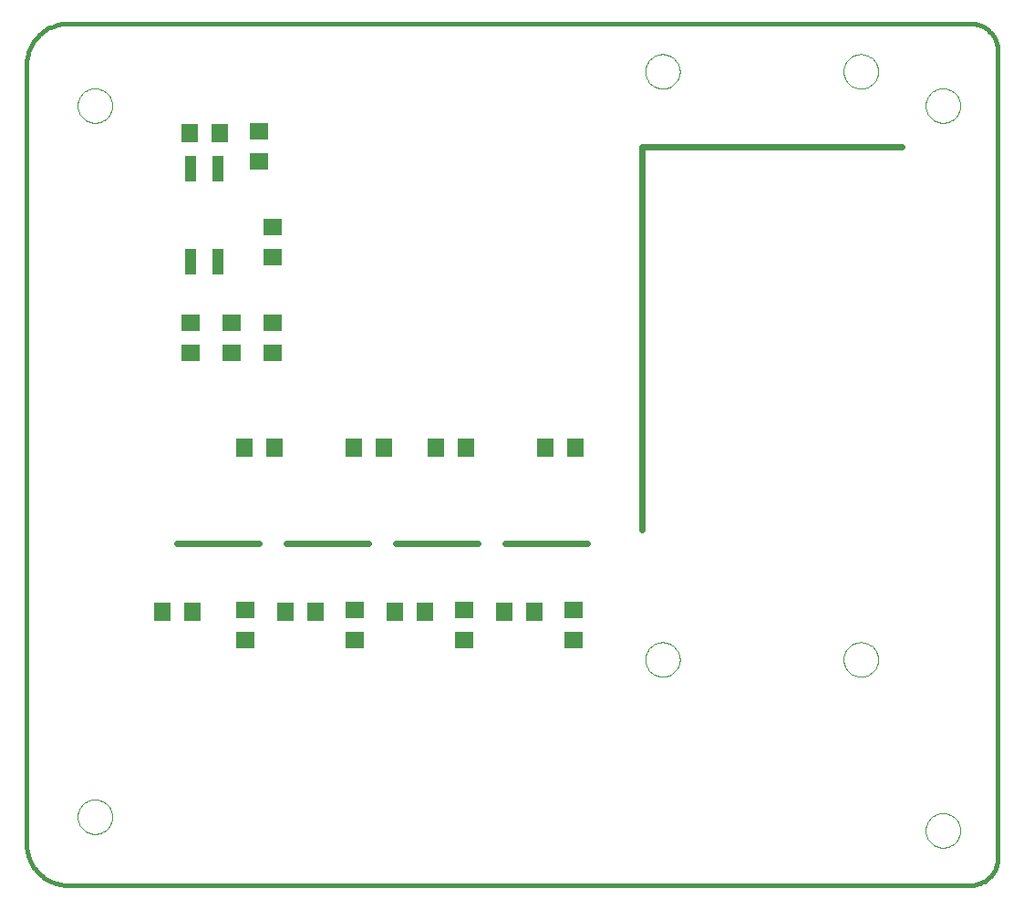
<source format=gtp>
G75*
%MOIN*%
%OFA0B0*%
%FSLAX24Y24*%
%IPPOS*%
%LPD*%
%AMOC8*
5,1,8,0,0,1.08239X$1,22.5*
%
%ADD10C,0.0000*%
%ADD11C,0.0160*%
%ADD12C,0.0240*%
%ADD13R,0.0630X0.0709*%
%ADD14R,0.0709X0.0630*%
%ADD15R,0.0445X0.0961*%
D10*
X002050Y002680D02*
X002052Y002730D01*
X002058Y002780D01*
X002068Y002829D01*
X002082Y002877D01*
X002099Y002924D01*
X002120Y002969D01*
X002145Y003013D01*
X002173Y003054D01*
X002205Y003093D01*
X002239Y003130D01*
X002276Y003164D01*
X002316Y003194D01*
X002358Y003221D01*
X002402Y003245D01*
X002448Y003266D01*
X002495Y003282D01*
X002543Y003295D01*
X002593Y003304D01*
X002642Y003309D01*
X002693Y003310D01*
X002743Y003307D01*
X002792Y003300D01*
X002841Y003289D01*
X002889Y003274D01*
X002935Y003256D01*
X002980Y003234D01*
X003023Y003208D01*
X003064Y003179D01*
X003103Y003147D01*
X003139Y003112D01*
X003171Y003074D01*
X003201Y003034D01*
X003228Y002991D01*
X003251Y002947D01*
X003270Y002901D01*
X003286Y002853D01*
X003298Y002804D01*
X003306Y002755D01*
X003310Y002705D01*
X003310Y002655D01*
X003306Y002605D01*
X003298Y002556D01*
X003286Y002507D01*
X003270Y002459D01*
X003251Y002413D01*
X003228Y002369D01*
X003201Y002326D01*
X003171Y002286D01*
X003139Y002248D01*
X003103Y002213D01*
X003064Y002181D01*
X003023Y002152D01*
X002980Y002126D01*
X002935Y002104D01*
X002889Y002086D01*
X002841Y002071D01*
X002792Y002060D01*
X002743Y002053D01*
X002693Y002050D01*
X002642Y002051D01*
X002593Y002056D01*
X002543Y002065D01*
X002495Y002078D01*
X002448Y002094D01*
X002402Y002115D01*
X002358Y002139D01*
X002316Y002166D01*
X002276Y002196D01*
X002239Y002230D01*
X002205Y002267D01*
X002173Y002306D01*
X002145Y002347D01*
X002120Y002391D01*
X002099Y002436D01*
X002082Y002483D01*
X002068Y002531D01*
X002058Y002580D01*
X002052Y002630D01*
X002050Y002680D01*
X022800Y008430D02*
X022802Y008480D01*
X022808Y008530D01*
X022818Y008579D01*
X022832Y008627D01*
X022849Y008674D01*
X022870Y008719D01*
X022895Y008763D01*
X022923Y008804D01*
X022955Y008843D01*
X022989Y008880D01*
X023026Y008914D01*
X023066Y008944D01*
X023108Y008971D01*
X023152Y008995D01*
X023198Y009016D01*
X023245Y009032D01*
X023293Y009045D01*
X023343Y009054D01*
X023392Y009059D01*
X023443Y009060D01*
X023493Y009057D01*
X023542Y009050D01*
X023591Y009039D01*
X023639Y009024D01*
X023685Y009006D01*
X023730Y008984D01*
X023773Y008958D01*
X023814Y008929D01*
X023853Y008897D01*
X023889Y008862D01*
X023921Y008824D01*
X023951Y008784D01*
X023978Y008741D01*
X024001Y008697D01*
X024020Y008651D01*
X024036Y008603D01*
X024048Y008554D01*
X024056Y008505D01*
X024060Y008455D01*
X024060Y008405D01*
X024056Y008355D01*
X024048Y008306D01*
X024036Y008257D01*
X024020Y008209D01*
X024001Y008163D01*
X023978Y008119D01*
X023951Y008076D01*
X023921Y008036D01*
X023889Y007998D01*
X023853Y007963D01*
X023814Y007931D01*
X023773Y007902D01*
X023730Y007876D01*
X023685Y007854D01*
X023639Y007836D01*
X023591Y007821D01*
X023542Y007810D01*
X023493Y007803D01*
X023443Y007800D01*
X023392Y007801D01*
X023343Y007806D01*
X023293Y007815D01*
X023245Y007828D01*
X023198Y007844D01*
X023152Y007865D01*
X023108Y007889D01*
X023066Y007916D01*
X023026Y007946D01*
X022989Y007980D01*
X022955Y008017D01*
X022923Y008056D01*
X022895Y008097D01*
X022870Y008141D01*
X022849Y008186D01*
X022832Y008233D01*
X022818Y008281D01*
X022808Y008330D01*
X022802Y008380D01*
X022800Y008430D01*
X030050Y008430D02*
X030052Y008480D01*
X030058Y008530D01*
X030068Y008579D01*
X030082Y008627D01*
X030099Y008674D01*
X030120Y008719D01*
X030145Y008763D01*
X030173Y008804D01*
X030205Y008843D01*
X030239Y008880D01*
X030276Y008914D01*
X030316Y008944D01*
X030358Y008971D01*
X030402Y008995D01*
X030448Y009016D01*
X030495Y009032D01*
X030543Y009045D01*
X030593Y009054D01*
X030642Y009059D01*
X030693Y009060D01*
X030743Y009057D01*
X030792Y009050D01*
X030841Y009039D01*
X030889Y009024D01*
X030935Y009006D01*
X030980Y008984D01*
X031023Y008958D01*
X031064Y008929D01*
X031103Y008897D01*
X031139Y008862D01*
X031171Y008824D01*
X031201Y008784D01*
X031228Y008741D01*
X031251Y008697D01*
X031270Y008651D01*
X031286Y008603D01*
X031298Y008554D01*
X031306Y008505D01*
X031310Y008455D01*
X031310Y008405D01*
X031306Y008355D01*
X031298Y008306D01*
X031286Y008257D01*
X031270Y008209D01*
X031251Y008163D01*
X031228Y008119D01*
X031201Y008076D01*
X031171Y008036D01*
X031139Y007998D01*
X031103Y007963D01*
X031064Y007931D01*
X031023Y007902D01*
X030980Y007876D01*
X030935Y007854D01*
X030889Y007836D01*
X030841Y007821D01*
X030792Y007810D01*
X030743Y007803D01*
X030693Y007800D01*
X030642Y007801D01*
X030593Y007806D01*
X030543Y007815D01*
X030495Y007828D01*
X030448Y007844D01*
X030402Y007865D01*
X030358Y007889D01*
X030316Y007916D01*
X030276Y007946D01*
X030239Y007980D01*
X030205Y008017D01*
X030173Y008056D01*
X030145Y008097D01*
X030120Y008141D01*
X030099Y008186D01*
X030082Y008233D01*
X030068Y008281D01*
X030058Y008330D01*
X030052Y008380D01*
X030050Y008430D01*
X033050Y002180D02*
X033052Y002230D01*
X033058Y002280D01*
X033068Y002329D01*
X033082Y002377D01*
X033099Y002424D01*
X033120Y002469D01*
X033145Y002513D01*
X033173Y002554D01*
X033205Y002593D01*
X033239Y002630D01*
X033276Y002664D01*
X033316Y002694D01*
X033358Y002721D01*
X033402Y002745D01*
X033448Y002766D01*
X033495Y002782D01*
X033543Y002795D01*
X033593Y002804D01*
X033642Y002809D01*
X033693Y002810D01*
X033743Y002807D01*
X033792Y002800D01*
X033841Y002789D01*
X033889Y002774D01*
X033935Y002756D01*
X033980Y002734D01*
X034023Y002708D01*
X034064Y002679D01*
X034103Y002647D01*
X034139Y002612D01*
X034171Y002574D01*
X034201Y002534D01*
X034228Y002491D01*
X034251Y002447D01*
X034270Y002401D01*
X034286Y002353D01*
X034298Y002304D01*
X034306Y002255D01*
X034310Y002205D01*
X034310Y002155D01*
X034306Y002105D01*
X034298Y002056D01*
X034286Y002007D01*
X034270Y001959D01*
X034251Y001913D01*
X034228Y001869D01*
X034201Y001826D01*
X034171Y001786D01*
X034139Y001748D01*
X034103Y001713D01*
X034064Y001681D01*
X034023Y001652D01*
X033980Y001626D01*
X033935Y001604D01*
X033889Y001586D01*
X033841Y001571D01*
X033792Y001560D01*
X033743Y001553D01*
X033693Y001550D01*
X033642Y001551D01*
X033593Y001556D01*
X033543Y001565D01*
X033495Y001578D01*
X033448Y001594D01*
X033402Y001615D01*
X033358Y001639D01*
X033316Y001666D01*
X033276Y001696D01*
X033239Y001730D01*
X033205Y001767D01*
X033173Y001806D01*
X033145Y001847D01*
X033120Y001891D01*
X033099Y001936D01*
X033082Y001983D01*
X033068Y002031D01*
X033058Y002080D01*
X033052Y002130D01*
X033050Y002180D01*
X034300Y000180D02*
X034680Y000180D01*
X033050Y028680D02*
X033052Y028730D01*
X033058Y028780D01*
X033068Y028829D01*
X033082Y028877D01*
X033099Y028924D01*
X033120Y028969D01*
X033145Y029013D01*
X033173Y029054D01*
X033205Y029093D01*
X033239Y029130D01*
X033276Y029164D01*
X033316Y029194D01*
X033358Y029221D01*
X033402Y029245D01*
X033448Y029266D01*
X033495Y029282D01*
X033543Y029295D01*
X033593Y029304D01*
X033642Y029309D01*
X033693Y029310D01*
X033743Y029307D01*
X033792Y029300D01*
X033841Y029289D01*
X033889Y029274D01*
X033935Y029256D01*
X033980Y029234D01*
X034023Y029208D01*
X034064Y029179D01*
X034103Y029147D01*
X034139Y029112D01*
X034171Y029074D01*
X034201Y029034D01*
X034228Y028991D01*
X034251Y028947D01*
X034270Y028901D01*
X034286Y028853D01*
X034298Y028804D01*
X034306Y028755D01*
X034310Y028705D01*
X034310Y028655D01*
X034306Y028605D01*
X034298Y028556D01*
X034286Y028507D01*
X034270Y028459D01*
X034251Y028413D01*
X034228Y028369D01*
X034201Y028326D01*
X034171Y028286D01*
X034139Y028248D01*
X034103Y028213D01*
X034064Y028181D01*
X034023Y028152D01*
X033980Y028126D01*
X033935Y028104D01*
X033889Y028086D01*
X033841Y028071D01*
X033792Y028060D01*
X033743Y028053D01*
X033693Y028050D01*
X033642Y028051D01*
X033593Y028056D01*
X033543Y028065D01*
X033495Y028078D01*
X033448Y028094D01*
X033402Y028115D01*
X033358Y028139D01*
X033316Y028166D01*
X033276Y028196D01*
X033239Y028230D01*
X033205Y028267D01*
X033173Y028306D01*
X033145Y028347D01*
X033120Y028391D01*
X033099Y028436D01*
X033082Y028483D01*
X033068Y028531D01*
X033058Y028580D01*
X033052Y028630D01*
X033050Y028680D01*
X030050Y029930D02*
X030052Y029980D01*
X030058Y030030D01*
X030068Y030079D01*
X030082Y030127D01*
X030099Y030174D01*
X030120Y030219D01*
X030145Y030263D01*
X030173Y030304D01*
X030205Y030343D01*
X030239Y030380D01*
X030276Y030414D01*
X030316Y030444D01*
X030358Y030471D01*
X030402Y030495D01*
X030448Y030516D01*
X030495Y030532D01*
X030543Y030545D01*
X030593Y030554D01*
X030642Y030559D01*
X030693Y030560D01*
X030743Y030557D01*
X030792Y030550D01*
X030841Y030539D01*
X030889Y030524D01*
X030935Y030506D01*
X030980Y030484D01*
X031023Y030458D01*
X031064Y030429D01*
X031103Y030397D01*
X031139Y030362D01*
X031171Y030324D01*
X031201Y030284D01*
X031228Y030241D01*
X031251Y030197D01*
X031270Y030151D01*
X031286Y030103D01*
X031298Y030054D01*
X031306Y030005D01*
X031310Y029955D01*
X031310Y029905D01*
X031306Y029855D01*
X031298Y029806D01*
X031286Y029757D01*
X031270Y029709D01*
X031251Y029663D01*
X031228Y029619D01*
X031201Y029576D01*
X031171Y029536D01*
X031139Y029498D01*
X031103Y029463D01*
X031064Y029431D01*
X031023Y029402D01*
X030980Y029376D01*
X030935Y029354D01*
X030889Y029336D01*
X030841Y029321D01*
X030792Y029310D01*
X030743Y029303D01*
X030693Y029300D01*
X030642Y029301D01*
X030593Y029306D01*
X030543Y029315D01*
X030495Y029328D01*
X030448Y029344D01*
X030402Y029365D01*
X030358Y029389D01*
X030316Y029416D01*
X030276Y029446D01*
X030239Y029480D01*
X030205Y029517D01*
X030173Y029556D01*
X030145Y029597D01*
X030120Y029641D01*
X030099Y029686D01*
X030082Y029733D01*
X030068Y029781D01*
X030058Y029830D01*
X030052Y029880D01*
X030050Y029930D01*
X022800Y029930D02*
X022802Y029980D01*
X022808Y030030D01*
X022818Y030079D01*
X022832Y030127D01*
X022849Y030174D01*
X022870Y030219D01*
X022895Y030263D01*
X022923Y030304D01*
X022955Y030343D01*
X022989Y030380D01*
X023026Y030414D01*
X023066Y030444D01*
X023108Y030471D01*
X023152Y030495D01*
X023198Y030516D01*
X023245Y030532D01*
X023293Y030545D01*
X023343Y030554D01*
X023392Y030559D01*
X023443Y030560D01*
X023493Y030557D01*
X023542Y030550D01*
X023591Y030539D01*
X023639Y030524D01*
X023685Y030506D01*
X023730Y030484D01*
X023773Y030458D01*
X023814Y030429D01*
X023853Y030397D01*
X023889Y030362D01*
X023921Y030324D01*
X023951Y030284D01*
X023978Y030241D01*
X024001Y030197D01*
X024020Y030151D01*
X024036Y030103D01*
X024048Y030054D01*
X024056Y030005D01*
X024060Y029955D01*
X024060Y029905D01*
X024056Y029855D01*
X024048Y029806D01*
X024036Y029757D01*
X024020Y029709D01*
X024001Y029663D01*
X023978Y029619D01*
X023951Y029576D01*
X023921Y029536D01*
X023889Y029498D01*
X023853Y029463D01*
X023814Y029431D01*
X023773Y029402D01*
X023730Y029376D01*
X023685Y029354D01*
X023639Y029336D01*
X023591Y029321D01*
X023542Y029310D01*
X023493Y029303D01*
X023443Y029300D01*
X023392Y029301D01*
X023343Y029306D01*
X023293Y029315D01*
X023245Y029328D01*
X023198Y029344D01*
X023152Y029365D01*
X023108Y029389D01*
X023066Y029416D01*
X023026Y029446D01*
X022989Y029480D01*
X022955Y029517D01*
X022923Y029556D01*
X022895Y029597D01*
X022870Y029641D01*
X022849Y029686D01*
X022832Y029733D01*
X022818Y029781D01*
X022808Y029830D01*
X022802Y029880D01*
X022800Y029930D01*
X002050Y028680D02*
X002052Y028730D01*
X002058Y028780D01*
X002068Y028829D01*
X002082Y028877D01*
X002099Y028924D01*
X002120Y028969D01*
X002145Y029013D01*
X002173Y029054D01*
X002205Y029093D01*
X002239Y029130D01*
X002276Y029164D01*
X002316Y029194D01*
X002358Y029221D01*
X002402Y029245D01*
X002448Y029266D01*
X002495Y029282D01*
X002543Y029295D01*
X002593Y029304D01*
X002642Y029309D01*
X002693Y029310D01*
X002743Y029307D01*
X002792Y029300D01*
X002841Y029289D01*
X002889Y029274D01*
X002935Y029256D01*
X002980Y029234D01*
X003023Y029208D01*
X003064Y029179D01*
X003103Y029147D01*
X003139Y029112D01*
X003171Y029074D01*
X003201Y029034D01*
X003228Y028991D01*
X003251Y028947D01*
X003270Y028901D01*
X003286Y028853D01*
X003298Y028804D01*
X003306Y028755D01*
X003310Y028705D01*
X003310Y028655D01*
X003306Y028605D01*
X003298Y028556D01*
X003286Y028507D01*
X003270Y028459D01*
X003251Y028413D01*
X003228Y028369D01*
X003201Y028326D01*
X003171Y028286D01*
X003139Y028248D01*
X003103Y028213D01*
X003064Y028181D01*
X003023Y028152D01*
X002980Y028126D01*
X002935Y028104D01*
X002889Y028086D01*
X002841Y028071D01*
X002792Y028060D01*
X002743Y028053D01*
X002693Y028050D01*
X002642Y028051D01*
X002593Y028056D01*
X002543Y028065D01*
X002495Y028078D01*
X002448Y028094D01*
X002402Y028115D01*
X002358Y028139D01*
X002316Y028166D01*
X002276Y028196D01*
X002239Y028230D01*
X002205Y028267D01*
X002173Y028306D01*
X002145Y028347D01*
X002120Y028391D01*
X002099Y028436D01*
X002082Y028483D01*
X002068Y028531D01*
X002058Y028580D01*
X002052Y028630D01*
X002050Y028680D01*
D11*
X001680Y000180D02*
X034680Y000180D01*
X034740Y000182D01*
X034801Y000187D01*
X034860Y000196D01*
X034919Y000209D01*
X034978Y000225D01*
X035035Y000245D01*
X035090Y000268D01*
X035145Y000295D01*
X035197Y000324D01*
X035248Y000357D01*
X035297Y000393D01*
X035343Y000431D01*
X035387Y000473D01*
X035429Y000517D01*
X035467Y000563D01*
X035503Y000612D01*
X035536Y000663D01*
X035565Y000715D01*
X035592Y000770D01*
X035615Y000825D01*
X035635Y000882D01*
X035651Y000941D01*
X035664Y001000D01*
X035673Y001059D01*
X035678Y001120D01*
X035680Y001180D01*
X035680Y030680D01*
X035678Y030740D01*
X035673Y030801D01*
X035664Y030860D01*
X035651Y030919D01*
X035635Y030978D01*
X035615Y031035D01*
X035592Y031090D01*
X035565Y031145D01*
X035536Y031197D01*
X035503Y031248D01*
X035467Y031297D01*
X035429Y031343D01*
X035387Y031387D01*
X035343Y031429D01*
X035297Y031467D01*
X035248Y031503D01*
X035197Y031536D01*
X035145Y031565D01*
X035090Y031592D01*
X035035Y031615D01*
X034978Y031635D01*
X034919Y031651D01*
X034860Y031664D01*
X034801Y031673D01*
X034740Y031678D01*
X034680Y031680D01*
X001680Y031680D01*
X001604Y031678D01*
X001528Y031672D01*
X001453Y031663D01*
X001378Y031649D01*
X001304Y031632D01*
X001231Y031611D01*
X001159Y031587D01*
X001088Y031558D01*
X001019Y031527D01*
X000952Y031492D01*
X000887Y031453D01*
X000823Y031411D01*
X000762Y031366D01*
X000703Y031318D01*
X000647Y031267D01*
X000593Y031213D01*
X000542Y031157D01*
X000494Y031098D01*
X000449Y031037D01*
X000407Y030973D01*
X000368Y030908D01*
X000333Y030841D01*
X000302Y030772D01*
X000273Y030701D01*
X000249Y030629D01*
X000228Y030556D01*
X000211Y030482D01*
X000197Y030407D01*
X000188Y030332D01*
X000182Y030256D01*
X000180Y030180D01*
X000180Y001680D01*
X000182Y001604D01*
X000188Y001528D01*
X000197Y001453D01*
X000211Y001378D01*
X000228Y001304D01*
X000249Y001231D01*
X000273Y001159D01*
X000302Y001088D01*
X000333Y001019D01*
X000368Y000952D01*
X000407Y000887D01*
X000449Y000823D01*
X000494Y000762D01*
X000542Y000703D01*
X000593Y000647D01*
X000647Y000593D01*
X000703Y000542D01*
X000762Y000494D01*
X000823Y000449D01*
X000887Y000407D01*
X000952Y000368D01*
X001019Y000333D01*
X001088Y000302D01*
X001159Y000273D01*
X001231Y000249D01*
X001304Y000228D01*
X001378Y000211D01*
X001453Y000197D01*
X001528Y000188D01*
X001604Y000182D01*
X001680Y000180D01*
D12*
X005680Y012680D02*
X008680Y012680D01*
X009680Y012680D02*
X012680Y012680D01*
X013680Y012680D02*
X016680Y012680D01*
X017680Y012680D02*
X020680Y012680D01*
X022680Y013180D02*
X022680Y027180D01*
X032180Y027180D01*
D13*
X020231Y016180D03*
X019129Y016180D03*
X016231Y016180D03*
X015129Y016180D03*
X013231Y016180D03*
X012129Y016180D03*
X009231Y016180D03*
X008129Y016180D03*
X009629Y010180D03*
X010731Y010180D03*
X013629Y010180D03*
X014731Y010180D03*
X017629Y010180D03*
X018731Y010180D03*
X006231Y010180D03*
X005129Y010180D03*
X006129Y027680D03*
X007231Y027680D03*
D14*
X008680Y027731D03*
X008680Y026629D03*
X009180Y024231D03*
X009180Y023129D03*
X009180Y020731D03*
X009180Y019629D03*
X007680Y019629D03*
X007680Y020731D03*
X006180Y020731D03*
X006180Y019629D03*
X008180Y010231D03*
X008180Y009129D03*
X012180Y009129D03*
X012180Y010231D03*
X016180Y010231D03*
X016180Y009129D03*
X020180Y009129D03*
X020180Y010231D03*
D15*
X007180Y022987D03*
X006180Y022987D03*
X006180Y026373D03*
X007180Y026373D03*
M02*

</source>
